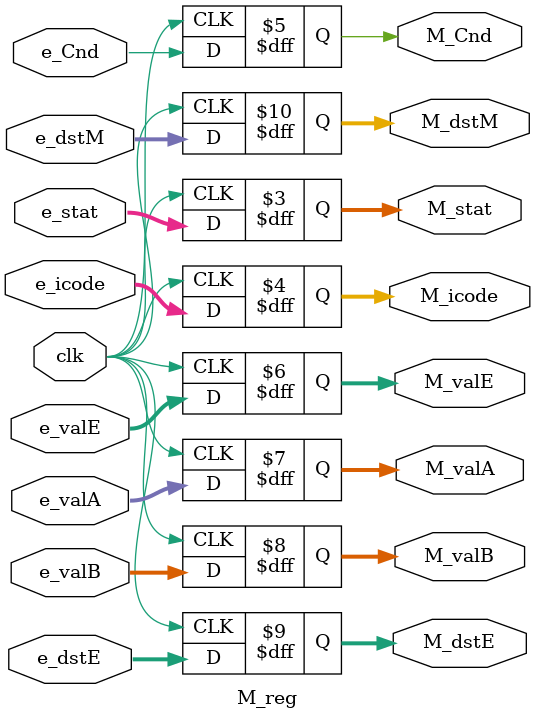
<source format=v>
module M_reg(clk, e_stat, e_icode, e_Cnd, e_valE, e_valA,e_valB, e_dstE, e_dstM, M_stat, M_icode, M_Cnd, M_valE, M_valA, M_valB, M_dstE, M_dstM);

input clk;
input [1:0] e_stat;
input [3:0] e_icode;
input e_Cnd;
input [63:0] e_valE, e_valA, e_valB;
input [3:0] e_dstE, e_dstM;

output reg [1:0] M_stat;
output reg [3:0] M_icode;
output reg M_Cnd;
output reg [63:0] M_valE, M_valA, M_valB;
output reg [3:0] M_dstE, M_dstM;

initial begin
    M_Cnd = 0;
    // M_bubble = 0;
    M_dstE = 4'hf;
    M_dstM = 4'hf;
    M_icode = 4'd0;
    M_valA = 64'd0;
    M_valB = 64'd0;
    M_valE = 64'd0;
end

always@(posedge clk)
begin
    // M_bubble = e_bubble;
    // if(e_bubble) begin
    //     M_icode = 4'd0;
    //     // M_valE = 64'd0;
    //     M_valA = e_valA;
    //     // M_dstE = 4'd0;
        // M_dstM = 4'd0;
    // end
    M_stat = e_stat;
    M_icode = e_icode;
    M_Cnd = e_Cnd;
    M_valE = e_valE;
    M_valA = e_valA;
    M_valB = e_valB;
    M_dstE = e_dstE;
    M_dstM = e_dstM;
end


endmodule
</source>
